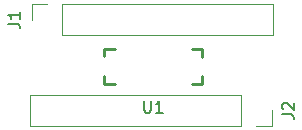
<source format=gbr>
%TF.GenerationSoftware,KiCad,Pcbnew,8.0.0*%
%TF.CreationDate,2024-03-03T18:29:18-05:00*%
%TF.ProjectId,usbreakout,75736272-6561-46b6-9f75-742e6b696361,rev?*%
%TF.SameCoordinates,Original*%
%TF.FileFunction,Legend,Top*%
%TF.FilePolarity,Positive*%
%FSLAX46Y46*%
G04 Gerber Fmt 4.6, Leading zero omitted, Abs format (unit mm)*
G04 Created by KiCad (PCBNEW 8.0.0) date 2024-03-03 18:29:18*
%MOMM*%
%LPD*%
G01*
G04 APERTURE LIST*
%ADD10C,0.150000*%
%ADD11C,0.120000*%
%ADD12C,0.254001*%
%ADD13C,0.059995*%
G04 APERTURE END LIST*
D10*
X113594819Y-59643333D02*
X114309104Y-59643333D01*
X114309104Y-59643333D02*
X114451961Y-59690952D01*
X114451961Y-59690952D02*
X114547200Y-59786190D01*
X114547200Y-59786190D02*
X114594819Y-59929047D01*
X114594819Y-59929047D02*
X114594819Y-60024285D01*
X114594819Y-58643333D02*
X114594819Y-59214761D01*
X114594819Y-58929047D02*
X113594819Y-58929047D01*
X113594819Y-58929047D02*
X113737676Y-59024285D01*
X113737676Y-59024285D02*
X113832914Y-59119523D01*
X113832914Y-59119523D02*
X113880533Y-59214761D01*
X125115642Y-66177717D02*
X125115642Y-66987240D01*
X125115642Y-66987240D02*
X125163261Y-67082478D01*
X125163261Y-67082478D02*
X125210880Y-67130098D01*
X125210880Y-67130098D02*
X125306118Y-67177717D01*
X125306118Y-67177717D02*
X125496594Y-67177717D01*
X125496594Y-67177717D02*
X125591832Y-67130098D01*
X125591832Y-67130098D02*
X125639451Y-67082478D01*
X125639451Y-67082478D02*
X125687070Y-66987240D01*
X125687070Y-66987240D02*
X125687070Y-66177717D01*
X126687070Y-67177717D02*
X126115642Y-67177717D01*
X126401356Y-67177717D02*
X126401356Y-66177717D01*
X126401356Y-66177717D02*
X126306118Y-66320574D01*
X126306118Y-66320574D02*
X126210880Y-66415812D01*
X126210880Y-66415812D02*
X126115642Y-66463431D01*
X136804819Y-67333333D02*
X137519104Y-67333333D01*
X137519104Y-67333333D02*
X137661961Y-67380952D01*
X137661961Y-67380952D02*
X137757200Y-67476190D01*
X137757200Y-67476190D02*
X137804819Y-67619047D01*
X137804819Y-67619047D02*
X137804819Y-67714285D01*
X136900057Y-66904761D02*
X136852438Y-66857142D01*
X136852438Y-66857142D02*
X136804819Y-66761904D01*
X136804819Y-66761904D02*
X136804819Y-66523809D01*
X136804819Y-66523809D02*
X136852438Y-66428571D01*
X136852438Y-66428571D02*
X136900057Y-66380952D01*
X136900057Y-66380952D02*
X136995295Y-66333333D01*
X136995295Y-66333333D02*
X137090533Y-66333333D01*
X137090533Y-66333333D02*
X137233390Y-66380952D01*
X137233390Y-66380952D02*
X137804819Y-66952380D01*
X137804819Y-66952380D02*
X137804819Y-66333333D01*
D11*
%TO.C,J1*%
X118180000Y-60640000D02*
X136020000Y-60640000D01*
X118180000Y-60640000D02*
X118180000Y-57980000D01*
X136020000Y-60640000D02*
X136020000Y-57980000D01*
X115580000Y-59310000D02*
X115580000Y-57980000D01*
X115580000Y-57980000D02*
X116910000Y-57980000D01*
X118180000Y-57980000D02*
X136020000Y-57980000D01*
D12*
%TO.C,U1*%
X130002045Y-64722898D02*
X129138190Y-64722898D01*
X121753049Y-64722898D02*
X121753049Y-64120790D01*
X122615914Y-64722898D02*
X121753049Y-64722898D01*
X121753049Y-61821908D02*
X122615914Y-61821908D01*
X121753049Y-62425007D02*
X121753049Y-61821908D01*
X130002045Y-61821908D02*
X130002045Y-62467882D01*
X129138190Y-61821908D02*
X130002045Y-61821908D01*
X130002045Y-64077915D02*
X130002045Y-64700902D01*
D13*
X130005042Y-61822898D02*
G75*
G02*
X129945048Y-61822898I-29997J0D01*
G01*
X129945048Y-61822898D02*
G75*
G02*
X130005042Y-61822898I29997J0D01*
G01*
D11*
%TO.C,J2*%
X133310000Y-65670000D02*
X115470000Y-65670000D01*
X133310000Y-65670000D02*
X133310000Y-68330000D01*
X115470000Y-65670000D02*
X115470000Y-68330000D01*
X135910000Y-67000000D02*
X135910000Y-68330000D01*
X135910000Y-68330000D02*
X134580000Y-68330000D01*
X133310000Y-68330000D02*
X115470000Y-68330000D01*
%TD*%
M02*

</source>
